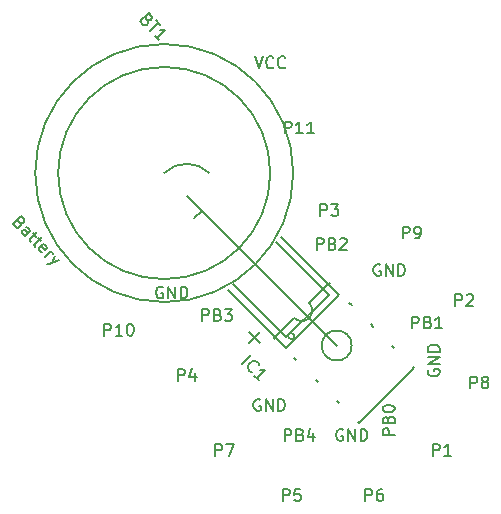
<source format=gto>
G04 #@! TF.FileFunction,Legend,Top*
%FSLAX46Y46*%
G04 Gerber Fmt 4.6, Leading zero omitted, Abs format (unit mm)*
G04 Created by KiCad (PCBNEW 4.0.2+dfsg1-stable) date Wed 08 Aug 2018 06:44:04 PM EDT*
%MOMM*%
G01*
G04 APERTURE LIST*
%ADD10C,0.100000*%
%ADD11C,0.200000*%
%ADD12C,0.150000*%
G04 APERTURE END LIST*
D10*
D11*
X115570000Y-105410000D02*
G75*
G03X111760000Y-105410000I-1905000J-1905000D01*
G01*
X114935000Y-108585000D02*
X113665000Y-107315000D01*
X114935000Y-108585000D02*
X114300000Y-109220000D01*
X126365000Y-120015000D02*
X114935000Y-108585000D01*
X127635000Y-120015000D02*
G75*
G03X127635000Y-120015000I-1270000J0D01*
G01*
D12*
X119842231Y-118880384D02*
X118944205Y-119778410D01*
X118944205Y-118880384D02*
X119842231Y-119778410D01*
X121189269Y-111247166D02*
X125679397Y-115737295D01*
X125679397Y-115737295D02*
X122087295Y-119329397D01*
X122087295Y-119329397D02*
X117597166Y-114839269D01*
X126128410Y-115288282D02*
X126577423Y-115737295D01*
X126577423Y-115737295D02*
X122087295Y-120227423D01*
X122087295Y-120227423D02*
X121638282Y-119778410D01*
X125230384Y-114390256D02*
X126128410Y-115288282D01*
X121638282Y-119778410D02*
X117148154Y-115288282D01*
X121638282Y-110798154D02*
X125230384Y-114390256D01*
X120740256Y-105410000D02*
G75*
G03X120740256Y-105410000I-8980256J0D01*
G01*
X122684953Y-105410000D02*
G75*
G03X122684953Y-105410000I-10924953J0D01*
G01*
X122779280Y-117686515D02*
X121073031Y-119392764D01*
X124036515Y-116429280D02*
X125742764Y-114723031D01*
X122779281Y-117686515D02*
G75*
G03X124036515Y-117686515I628617J628617D01*
G01*
X124036516Y-117686515D02*
G75*
G03X124036515Y-116429280I-628618J628617D01*
G01*
X122763872Y-119213159D02*
G75*
G03X122763872Y-119213159I-254000J0D01*
G01*
X128257236Y-126576969D02*
X128167433Y-126487166D01*
X126371382Y-124691115D02*
X126550987Y-124870720D01*
X124575331Y-122895064D02*
X124754936Y-123074669D01*
X122779280Y-121099013D02*
X122958885Y-121278618D01*
X121073031Y-119392764D02*
X121162834Y-119482567D01*
X125742764Y-114723031D02*
X125832567Y-114812834D01*
X132926969Y-121907236D02*
X132837166Y-121817433D01*
X131041115Y-120021382D02*
X131220720Y-120200987D01*
X129245064Y-118225331D02*
X129424669Y-118404936D01*
X127449013Y-116429280D02*
X127628618Y-116608885D01*
X128257236Y-126576969D02*
X132926969Y-121907236D01*
X110334924Y-92433908D02*
X110402268Y-92568595D01*
X110402267Y-92635939D01*
X110368595Y-92736955D01*
X110267580Y-92837970D01*
X110166565Y-92871641D01*
X110099222Y-92871641D01*
X109998206Y-92837970D01*
X109728832Y-92568595D01*
X110435939Y-91861488D01*
X110671641Y-92097191D01*
X110705313Y-92198206D01*
X110705313Y-92265550D01*
X110671641Y-92366565D01*
X110604298Y-92433908D01*
X110503283Y-92467580D01*
X110435939Y-92467580D01*
X110334924Y-92433908D01*
X110099222Y-92198206D01*
X111042030Y-92467580D02*
X111446092Y-92871641D01*
X110536954Y-93376717D02*
X111244061Y-92669610D01*
X111345076Y-94184840D02*
X110941015Y-93780778D01*
X111143045Y-93982809D02*
X111850152Y-93275702D01*
X111681794Y-93309374D01*
X111547107Y-93309374D01*
X111446092Y-93275702D01*
X99550786Y-109609771D02*
X99618130Y-109744457D01*
X99618129Y-109811802D01*
X99584457Y-109912817D01*
X99483442Y-110013832D01*
X99382427Y-110047504D01*
X99315084Y-110047504D01*
X99214069Y-110013832D01*
X98944694Y-109744457D01*
X99651801Y-109037351D01*
X99887504Y-109273053D01*
X99921175Y-109374069D01*
X99921175Y-109441412D01*
X99887504Y-109542427D01*
X99820160Y-109609771D01*
X99719145Y-109643442D01*
X99651802Y-109643442D01*
X99550786Y-109609771D01*
X99315084Y-109374068D01*
X99954847Y-110754610D02*
X100325237Y-110384221D01*
X100358908Y-110283206D01*
X100325237Y-110182190D01*
X100190549Y-110047503D01*
X100089534Y-110013831D01*
X99988519Y-110720939D02*
X99887504Y-110687267D01*
X99719144Y-110518908D01*
X99685473Y-110417893D01*
X99719144Y-110316877D01*
X99786488Y-110249534D01*
X99887503Y-110215862D01*
X99988518Y-110249534D01*
X100156877Y-110417893D01*
X100257893Y-110451565D01*
X100661954Y-110518908D02*
X100931328Y-110788281D01*
X100998671Y-110384221D02*
X100392579Y-110990312D01*
X100358908Y-111091328D01*
X100392579Y-111192343D01*
X100459923Y-111259686D01*
X101066015Y-110922969D02*
X101335389Y-111192343D01*
X101402732Y-110788282D02*
X100796641Y-111394374D01*
X100762969Y-111495389D01*
X100796641Y-111596404D01*
X100863984Y-111663747D01*
X101402733Y-112135153D02*
X101301718Y-112101481D01*
X101167030Y-111966794D01*
X101133359Y-111865778D01*
X101167030Y-111764763D01*
X101436405Y-111495389D01*
X101537420Y-111461717D01*
X101638435Y-111495389D01*
X101773123Y-111630076D01*
X101806794Y-111731092D01*
X101773123Y-111832107D01*
X101705778Y-111899451D01*
X101301717Y-111630076D01*
X101705778Y-112505542D02*
X102177183Y-112034137D01*
X102042496Y-112168824D02*
X102143512Y-112135152D01*
X102210855Y-112135152D01*
X102311870Y-112168824D01*
X102379214Y-112236168D01*
X102547573Y-112404527D02*
X102244527Y-113044290D01*
X102884291Y-112741245D02*
X102244527Y-113044290D01*
X102008825Y-113145305D01*
X101941481Y-113145305D01*
X101840466Y-113111633D01*
X137691905Y-123642381D02*
X137691905Y-122642381D01*
X138072858Y-122642381D01*
X138168096Y-122690000D01*
X138215715Y-122737619D01*
X138263334Y-122832857D01*
X138263334Y-122975714D01*
X138215715Y-123070952D01*
X138168096Y-123118571D01*
X138072858Y-123166190D01*
X137691905Y-123166190D01*
X138834762Y-123070952D02*
X138739524Y-123023333D01*
X138691905Y-122975714D01*
X138644286Y-122880476D01*
X138644286Y-122832857D01*
X138691905Y-122737619D01*
X138739524Y-122690000D01*
X138834762Y-122642381D01*
X139025239Y-122642381D01*
X139120477Y-122690000D01*
X139168096Y-122737619D01*
X139215715Y-122832857D01*
X139215715Y-122880476D01*
X139168096Y-122975714D01*
X139120477Y-123023333D01*
X139025239Y-123070952D01*
X138834762Y-123070952D01*
X138739524Y-123118571D01*
X138691905Y-123166190D01*
X138644286Y-123261429D01*
X138644286Y-123451905D01*
X138691905Y-123547143D01*
X138739524Y-123594762D01*
X138834762Y-123642381D01*
X139025239Y-123642381D01*
X139120477Y-123594762D01*
X139168096Y-123547143D01*
X139215715Y-123451905D01*
X139215715Y-123261429D01*
X139168096Y-123166190D01*
X139120477Y-123118571D01*
X139025239Y-123070952D01*
X134120000Y-122046904D02*
X134072381Y-122142142D01*
X134072381Y-122284999D01*
X134120000Y-122427857D01*
X134215238Y-122523095D01*
X134310476Y-122570714D01*
X134500952Y-122618333D01*
X134643810Y-122618333D01*
X134834286Y-122570714D01*
X134929524Y-122523095D01*
X135024762Y-122427857D01*
X135072381Y-122284999D01*
X135072381Y-122189761D01*
X135024762Y-122046904D01*
X134977143Y-121999285D01*
X134643810Y-121999285D01*
X134643810Y-122189761D01*
X135072381Y-121570714D02*
X134072381Y-121570714D01*
X135072381Y-120999285D01*
X134072381Y-120999285D01*
X135072381Y-120523095D02*
X134072381Y-120523095D01*
X134072381Y-120285000D01*
X134120000Y-120142142D01*
X134215238Y-120046904D01*
X134310476Y-119999285D01*
X134500952Y-119951666D01*
X134643810Y-119951666D01*
X134834286Y-119999285D01*
X134929524Y-120046904D01*
X135024762Y-120142142D01*
X135072381Y-120285000D01*
X135072381Y-120523095D01*
X134516905Y-129357381D02*
X134516905Y-128357381D01*
X134897858Y-128357381D01*
X134993096Y-128405000D01*
X135040715Y-128452619D01*
X135088334Y-128547857D01*
X135088334Y-128690714D01*
X135040715Y-128785952D01*
X134993096Y-128833571D01*
X134897858Y-128881190D01*
X134516905Y-128881190D01*
X136040715Y-129357381D02*
X135469286Y-129357381D01*
X135755000Y-129357381D02*
X135755000Y-128357381D01*
X135659762Y-128500238D01*
X135564524Y-128595476D01*
X135469286Y-128643095D01*
X131262381Y-127603095D02*
X130262381Y-127603095D01*
X130262381Y-127222142D01*
X130310000Y-127126904D01*
X130357619Y-127079285D01*
X130452857Y-127031666D01*
X130595714Y-127031666D01*
X130690952Y-127079285D01*
X130738571Y-127126904D01*
X130786190Y-127222142D01*
X130786190Y-127603095D01*
X130738571Y-126269761D02*
X130786190Y-126126904D01*
X130833810Y-126079285D01*
X130929048Y-126031666D01*
X131071905Y-126031666D01*
X131167143Y-126079285D01*
X131214762Y-126126904D01*
X131262381Y-126222142D01*
X131262381Y-126603095D01*
X130262381Y-126603095D01*
X130262381Y-126269761D01*
X130310000Y-126174523D01*
X130357619Y-126126904D01*
X130452857Y-126079285D01*
X130548095Y-126079285D01*
X130643333Y-126126904D01*
X130690952Y-126174523D01*
X130738571Y-126269761D01*
X130738571Y-126603095D01*
X130262381Y-125412619D02*
X130262381Y-125317380D01*
X130310000Y-125222142D01*
X130357619Y-125174523D01*
X130452857Y-125126904D01*
X130643333Y-125079285D01*
X130881429Y-125079285D01*
X131071905Y-125126904D01*
X131167143Y-125174523D01*
X131214762Y-125222142D01*
X131262381Y-125317380D01*
X131262381Y-125412619D01*
X131214762Y-125507857D01*
X131167143Y-125555476D01*
X131071905Y-125603095D01*
X130881429Y-125650714D01*
X130643333Y-125650714D01*
X130452857Y-125603095D01*
X130357619Y-125555476D01*
X130310000Y-125507857D01*
X130262381Y-125412619D01*
X136421905Y-116657381D02*
X136421905Y-115657381D01*
X136802858Y-115657381D01*
X136898096Y-115705000D01*
X136945715Y-115752619D01*
X136993334Y-115847857D01*
X136993334Y-115990714D01*
X136945715Y-116085952D01*
X136898096Y-116133571D01*
X136802858Y-116181190D01*
X136421905Y-116181190D01*
X137374286Y-115752619D02*
X137421905Y-115705000D01*
X137517143Y-115657381D01*
X137755239Y-115657381D01*
X137850477Y-115705000D01*
X137898096Y-115752619D01*
X137945715Y-115847857D01*
X137945715Y-115943095D01*
X137898096Y-116085952D01*
X137326667Y-116657381D01*
X137945715Y-116657381D01*
X132746905Y-118562381D02*
X132746905Y-117562381D01*
X133127858Y-117562381D01*
X133223096Y-117610000D01*
X133270715Y-117657619D01*
X133318334Y-117752857D01*
X133318334Y-117895714D01*
X133270715Y-117990952D01*
X133223096Y-118038571D01*
X133127858Y-118086190D01*
X132746905Y-118086190D01*
X134080239Y-118038571D02*
X134223096Y-118086190D01*
X134270715Y-118133810D01*
X134318334Y-118229048D01*
X134318334Y-118371905D01*
X134270715Y-118467143D01*
X134223096Y-118514762D01*
X134127858Y-118562381D01*
X133746905Y-118562381D01*
X133746905Y-117562381D01*
X134080239Y-117562381D01*
X134175477Y-117610000D01*
X134223096Y-117657619D01*
X134270715Y-117752857D01*
X134270715Y-117848095D01*
X134223096Y-117943333D01*
X134175477Y-117990952D01*
X134080239Y-118038571D01*
X133746905Y-118038571D01*
X135270715Y-118562381D02*
X134699286Y-118562381D01*
X134985000Y-118562381D02*
X134985000Y-117562381D01*
X134889762Y-117705238D01*
X134794524Y-117800476D01*
X134699286Y-117848095D01*
X124991905Y-109037381D02*
X124991905Y-108037381D01*
X125372858Y-108037381D01*
X125468096Y-108085000D01*
X125515715Y-108132619D01*
X125563334Y-108227857D01*
X125563334Y-108370714D01*
X125515715Y-108465952D01*
X125468096Y-108513571D01*
X125372858Y-108561190D01*
X124991905Y-108561190D01*
X125896667Y-108037381D02*
X126515715Y-108037381D01*
X126182381Y-108418333D01*
X126325239Y-108418333D01*
X126420477Y-108465952D01*
X126468096Y-108513571D01*
X126515715Y-108608810D01*
X126515715Y-108846905D01*
X126468096Y-108942143D01*
X126420477Y-108989762D01*
X126325239Y-109037381D01*
X126039524Y-109037381D01*
X125944286Y-108989762D01*
X125896667Y-108942143D01*
X124681905Y-111932381D02*
X124681905Y-110932381D01*
X125062858Y-110932381D01*
X125158096Y-110980000D01*
X125205715Y-111027619D01*
X125253334Y-111122857D01*
X125253334Y-111265714D01*
X125205715Y-111360952D01*
X125158096Y-111408571D01*
X125062858Y-111456190D01*
X124681905Y-111456190D01*
X126015239Y-111408571D02*
X126158096Y-111456190D01*
X126205715Y-111503810D01*
X126253334Y-111599048D01*
X126253334Y-111741905D01*
X126205715Y-111837143D01*
X126158096Y-111884762D01*
X126062858Y-111932381D01*
X125681905Y-111932381D01*
X125681905Y-110932381D01*
X126015239Y-110932381D01*
X126110477Y-110980000D01*
X126158096Y-111027619D01*
X126205715Y-111122857D01*
X126205715Y-111218095D01*
X126158096Y-111313333D01*
X126110477Y-111360952D01*
X126015239Y-111408571D01*
X125681905Y-111408571D01*
X126634286Y-111027619D02*
X126681905Y-110980000D01*
X126777143Y-110932381D01*
X127015239Y-110932381D01*
X127110477Y-110980000D01*
X127158096Y-111027619D01*
X127205715Y-111122857D01*
X127205715Y-111218095D01*
X127158096Y-111360952D01*
X126586667Y-111932381D01*
X127205715Y-111932381D01*
X112926905Y-123007381D02*
X112926905Y-122007381D01*
X113307858Y-122007381D01*
X113403096Y-122055000D01*
X113450715Y-122102619D01*
X113498334Y-122197857D01*
X113498334Y-122340714D01*
X113450715Y-122435952D01*
X113403096Y-122483571D01*
X113307858Y-122531190D01*
X112926905Y-122531190D01*
X114355477Y-122340714D02*
X114355477Y-123007381D01*
X114117381Y-121959762D02*
X113879286Y-122674048D01*
X114498334Y-122674048D01*
X114966905Y-117927381D02*
X114966905Y-116927381D01*
X115347858Y-116927381D01*
X115443096Y-116975000D01*
X115490715Y-117022619D01*
X115538334Y-117117857D01*
X115538334Y-117260714D01*
X115490715Y-117355952D01*
X115443096Y-117403571D01*
X115347858Y-117451190D01*
X114966905Y-117451190D01*
X116300239Y-117403571D02*
X116443096Y-117451190D01*
X116490715Y-117498810D01*
X116538334Y-117594048D01*
X116538334Y-117736905D01*
X116490715Y-117832143D01*
X116443096Y-117879762D01*
X116347858Y-117927381D01*
X115966905Y-117927381D01*
X115966905Y-116927381D01*
X116300239Y-116927381D01*
X116395477Y-116975000D01*
X116443096Y-117022619D01*
X116490715Y-117117857D01*
X116490715Y-117213095D01*
X116443096Y-117308333D01*
X116395477Y-117355952D01*
X116300239Y-117403571D01*
X115966905Y-117403571D01*
X116871667Y-116927381D02*
X117490715Y-116927381D01*
X117157381Y-117308333D01*
X117300239Y-117308333D01*
X117395477Y-117355952D01*
X117443096Y-117403571D01*
X117490715Y-117498810D01*
X117490715Y-117736905D01*
X117443096Y-117832143D01*
X117395477Y-117879762D01*
X117300239Y-117927381D01*
X117014524Y-117927381D01*
X116919286Y-117879762D01*
X116871667Y-117832143D01*
X121816905Y-133167381D02*
X121816905Y-132167381D01*
X122197858Y-132167381D01*
X122293096Y-132215000D01*
X122340715Y-132262619D01*
X122388334Y-132357857D01*
X122388334Y-132500714D01*
X122340715Y-132595952D01*
X122293096Y-132643571D01*
X122197858Y-132691190D01*
X121816905Y-132691190D01*
X123293096Y-132167381D02*
X122816905Y-132167381D01*
X122769286Y-132643571D01*
X122816905Y-132595952D01*
X122912143Y-132548333D01*
X123150239Y-132548333D01*
X123245477Y-132595952D01*
X123293096Y-132643571D01*
X123340715Y-132738810D01*
X123340715Y-132976905D01*
X123293096Y-133072143D01*
X123245477Y-133119762D01*
X123150239Y-133167381D01*
X122912143Y-133167381D01*
X122816905Y-133119762D01*
X122769286Y-133072143D01*
X121951905Y-128087381D02*
X121951905Y-127087381D01*
X122332858Y-127087381D01*
X122428096Y-127135000D01*
X122475715Y-127182619D01*
X122523334Y-127277857D01*
X122523334Y-127420714D01*
X122475715Y-127515952D01*
X122428096Y-127563571D01*
X122332858Y-127611190D01*
X121951905Y-127611190D01*
X123285239Y-127563571D02*
X123428096Y-127611190D01*
X123475715Y-127658810D01*
X123523334Y-127754048D01*
X123523334Y-127896905D01*
X123475715Y-127992143D01*
X123428096Y-128039762D01*
X123332858Y-128087381D01*
X122951905Y-128087381D01*
X122951905Y-127087381D01*
X123285239Y-127087381D01*
X123380477Y-127135000D01*
X123428096Y-127182619D01*
X123475715Y-127277857D01*
X123475715Y-127373095D01*
X123428096Y-127468333D01*
X123380477Y-127515952D01*
X123285239Y-127563571D01*
X122951905Y-127563571D01*
X124380477Y-127420714D02*
X124380477Y-128087381D01*
X124142381Y-127039762D02*
X123904286Y-127754048D01*
X124523334Y-127754048D01*
X128801905Y-133167381D02*
X128801905Y-132167381D01*
X129182858Y-132167381D01*
X129278096Y-132215000D01*
X129325715Y-132262619D01*
X129373334Y-132357857D01*
X129373334Y-132500714D01*
X129325715Y-132595952D01*
X129278096Y-132643571D01*
X129182858Y-132691190D01*
X128801905Y-132691190D01*
X130230477Y-132167381D02*
X130040000Y-132167381D01*
X129944762Y-132215000D01*
X129897143Y-132262619D01*
X129801905Y-132405476D01*
X129754286Y-132595952D01*
X129754286Y-132976905D01*
X129801905Y-133072143D01*
X129849524Y-133119762D01*
X129944762Y-133167381D01*
X130135239Y-133167381D01*
X130230477Y-133119762D01*
X130278096Y-133072143D01*
X130325715Y-132976905D01*
X130325715Y-132738810D01*
X130278096Y-132643571D01*
X130230477Y-132595952D01*
X130135239Y-132548333D01*
X129944762Y-132548333D01*
X129849524Y-132595952D01*
X129801905Y-132643571D01*
X129754286Y-132738810D01*
X126873096Y-127135000D02*
X126777858Y-127087381D01*
X126635001Y-127087381D01*
X126492143Y-127135000D01*
X126396905Y-127230238D01*
X126349286Y-127325476D01*
X126301667Y-127515952D01*
X126301667Y-127658810D01*
X126349286Y-127849286D01*
X126396905Y-127944524D01*
X126492143Y-128039762D01*
X126635001Y-128087381D01*
X126730239Y-128087381D01*
X126873096Y-128039762D01*
X126920715Y-127992143D01*
X126920715Y-127658810D01*
X126730239Y-127658810D01*
X127349286Y-128087381D02*
X127349286Y-127087381D01*
X127920715Y-128087381D01*
X127920715Y-127087381D01*
X128396905Y-128087381D02*
X128396905Y-127087381D01*
X128635000Y-127087381D01*
X128777858Y-127135000D01*
X128873096Y-127230238D01*
X128920715Y-127325476D01*
X128968334Y-127515952D01*
X128968334Y-127658810D01*
X128920715Y-127849286D01*
X128873096Y-127944524D01*
X128777858Y-128039762D01*
X128635000Y-128087381D01*
X128396905Y-128087381D01*
X118369848Y-121549611D02*
X119076955Y-120842504D01*
X119177970Y-122223046D02*
X119110626Y-122223046D01*
X118975939Y-122155703D01*
X118908596Y-122088359D01*
X118841252Y-121953672D01*
X118841252Y-121818985D01*
X118874924Y-121717970D01*
X118975939Y-121549611D01*
X119076955Y-121448595D01*
X119245313Y-121347580D01*
X119346328Y-121313908D01*
X119481015Y-121313908D01*
X119615703Y-121381253D01*
X119683046Y-121448596D01*
X119750390Y-121583283D01*
X119750390Y-121650626D01*
X119784061Y-122963825D02*
X119380000Y-122559763D01*
X119582030Y-122761794D02*
X120289137Y-122054687D01*
X120120778Y-122088359D01*
X119986092Y-122088359D01*
X119885076Y-122054687D01*
X116101905Y-129357381D02*
X116101905Y-128357381D01*
X116482858Y-128357381D01*
X116578096Y-128405000D01*
X116625715Y-128452619D01*
X116673334Y-128547857D01*
X116673334Y-128690714D01*
X116625715Y-128785952D01*
X116578096Y-128833571D01*
X116482858Y-128881190D01*
X116101905Y-128881190D01*
X117006667Y-128357381D02*
X117673334Y-128357381D01*
X117244762Y-129357381D01*
X119888096Y-124595000D02*
X119792858Y-124547381D01*
X119650001Y-124547381D01*
X119507143Y-124595000D01*
X119411905Y-124690238D01*
X119364286Y-124785476D01*
X119316667Y-124975952D01*
X119316667Y-125118810D01*
X119364286Y-125309286D01*
X119411905Y-125404524D01*
X119507143Y-125499762D01*
X119650001Y-125547381D01*
X119745239Y-125547381D01*
X119888096Y-125499762D01*
X119935715Y-125452143D01*
X119935715Y-125118810D01*
X119745239Y-125118810D01*
X120364286Y-125547381D02*
X120364286Y-124547381D01*
X120935715Y-125547381D01*
X120935715Y-124547381D01*
X121411905Y-125547381D02*
X121411905Y-124547381D01*
X121650000Y-124547381D01*
X121792858Y-124595000D01*
X121888096Y-124690238D01*
X121935715Y-124785476D01*
X121983334Y-124975952D01*
X121983334Y-125118810D01*
X121935715Y-125309286D01*
X121888096Y-125404524D01*
X121792858Y-125499762D01*
X121650000Y-125547381D01*
X121411905Y-125547381D01*
X131976905Y-110942381D02*
X131976905Y-109942381D01*
X132357858Y-109942381D01*
X132453096Y-109990000D01*
X132500715Y-110037619D01*
X132548334Y-110132857D01*
X132548334Y-110275714D01*
X132500715Y-110370952D01*
X132453096Y-110418571D01*
X132357858Y-110466190D01*
X131976905Y-110466190D01*
X133024524Y-110942381D02*
X133215000Y-110942381D01*
X133310239Y-110894762D01*
X133357858Y-110847143D01*
X133453096Y-110704286D01*
X133500715Y-110513810D01*
X133500715Y-110132857D01*
X133453096Y-110037619D01*
X133405477Y-109990000D01*
X133310239Y-109942381D01*
X133119762Y-109942381D01*
X133024524Y-109990000D01*
X132976905Y-110037619D01*
X132929286Y-110132857D01*
X132929286Y-110370952D01*
X132976905Y-110466190D01*
X133024524Y-110513810D01*
X133119762Y-110561429D01*
X133310239Y-110561429D01*
X133405477Y-110513810D01*
X133453096Y-110466190D01*
X133500715Y-110370952D01*
X130048096Y-113165000D02*
X129952858Y-113117381D01*
X129810001Y-113117381D01*
X129667143Y-113165000D01*
X129571905Y-113260238D01*
X129524286Y-113355476D01*
X129476667Y-113545952D01*
X129476667Y-113688810D01*
X129524286Y-113879286D01*
X129571905Y-113974524D01*
X129667143Y-114069762D01*
X129810001Y-114117381D01*
X129905239Y-114117381D01*
X130048096Y-114069762D01*
X130095715Y-114022143D01*
X130095715Y-113688810D01*
X129905239Y-113688810D01*
X130524286Y-114117381D02*
X130524286Y-113117381D01*
X131095715Y-114117381D01*
X131095715Y-113117381D01*
X131571905Y-114117381D02*
X131571905Y-113117381D01*
X131810000Y-113117381D01*
X131952858Y-113165000D01*
X132048096Y-113260238D01*
X132095715Y-113355476D01*
X132143334Y-113545952D01*
X132143334Y-113688810D01*
X132095715Y-113879286D01*
X132048096Y-113974524D01*
X131952858Y-114069762D01*
X131810000Y-114117381D01*
X131571905Y-114117381D01*
X106685714Y-119182381D02*
X106685714Y-118182381D01*
X107066667Y-118182381D01*
X107161905Y-118230000D01*
X107209524Y-118277619D01*
X107257143Y-118372857D01*
X107257143Y-118515714D01*
X107209524Y-118610952D01*
X107161905Y-118658571D01*
X107066667Y-118706190D01*
X106685714Y-118706190D01*
X108209524Y-119182381D02*
X107638095Y-119182381D01*
X107923809Y-119182381D02*
X107923809Y-118182381D01*
X107828571Y-118325238D01*
X107733333Y-118420476D01*
X107638095Y-118468095D01*
X108828571Y-118182381D02*
X108923810Y-118182381D01*
X109019048Y-118230000D01*
X109066667Y-118277619D01*
X109114286Y-118372857D01*
X109161905Y-118563333D01*
X109161905Y-118801429D01*
X109114286Y-118991905D01*
X109066667Y-119087143D01*
X109019048Y-119134762D01*
X108923810Y-119182381D01*
X108828571Y-119182381D01*
X108733333Y-119134762D01*
X108685714Y-119087143D01*
X108638095Y-118991905D01*
X108590476Y-118801429D01*
X108590476Y-118563333D01*
X108638095Y-118372857D01*
X108685714Y-118277619D01*
X108733333Y-118230000D01*
X108828571Y-118182381D01*
X111633096Y-115070000D02*
X111537858Y-115022381D01*
X111395001Y-115022381D01*
X111252143Y-115070000D01*
X111156905Y-115165238D01*
X111109286Y-115260476D01*
X111061667Y-115450952D01*
X111061667Y-115593810D01*
X111109286Y-115784286D01*
X111156905Y-115879524D01*
X111252143Y-115974762D01*
X111395001Y-116022381D01*
X111490239Y-116022381D01*
X111633096Y-115974762D01*
X111680715Y-115927143D01*
X111680715Y-115593810D01*
X111490239Y-115593810D01*
X112109286Y-116022381D02*
X112109286Y-115022381D01*
X112680715Y-116022381D01*
X112680715Y-115022381D01*
X113156905Y-116022381D02*
X113156905Y-115022381D01*
X113395000Y-115022381D01*
X113537858Y-115070000D01*
X113633096Y-115165238D01*
X113680715Y-115260476D01*
X113728334Y-115450952D01*
X113728334Y-115593810D01*
X113680715Y-115784286D01*
X113633096Y-115879524D01*
X113537858Y-115974762D01*
X113395000Y-116022381D01*
X113156905Y-116022381D01*
X121975714Y-102052381D02*
X121975714Y-101052381D01*
X122356667Y-101052381D01*
X122451905Y-101100000D01*
X122499524Y-101147619D01*
X122547143Y-101242857D01*
X122547143Y-101385714D01*
X122499524Y-101480952D01*
X122451905Y-101528571D01*
X122356667Y-101576190D01*
X121975714Y-101576190D01*
X123499524Y-102052381D02*
X122928095Y-102052381D01*
X123213809Y-102052381D02*
X123213809Y-101052381D01*
X123118571Y-101195238D01*
X123023333Y-101290476D01*
X122928095Y-101338095D01*
X124451905Y-102052381D02*
X123880476Y-102052381D01*
X124166190Y-102052381D02*
X124166190Y-101052381D01*
X124070952Y-101195238D01*
X123975714Y-101290476D01*
X123880476Y-101338095D01*
X119426667Y-95542381D02*
X119760000Y-96542381D01*
X120093334Y-95542381D01*
X120998096Y-96447143D02*
X120950477Y-96494762D01*
X120807620Y-96542381D01*
X120712382Y-96542381D01*
X120569524Y-96494762D01*
X120474286Y-96399524D01*
X120426667Y-96304286D01*
X120379048Y-96113810D01*
X120379048Y-95970952D01*
X120426667Y-95780476D01*
X120474286Y-95685238D01*
X120569524Y-95590000D01*
X120712382Y-95542381D01*
X120807620Y-95542381D01*
X120950477Y-95590000D01*
X120998096Y-95637619D01*
X121998096Y-96447143D02*
X121950477Y-96494762D01*
X121807620Y-96542381D01*
X121712382Y-96542381D01*
X121569524Y-96494762D01*
X121474286Y-96399524D01*
X121426667Y-96304286D01*
X121379048Y-96113810D01*
X121379048Y-95970952D01*
X121426667Y-95780476D01*
X121474286Y-95685238D01*
X121569524Y-95590000D01*
X121712382Y-95542381D01*
X121807620Y-95542381D01*
X121950477Y-95590000D01*
X121998096Y-95637619D01*
M02*

</source>
